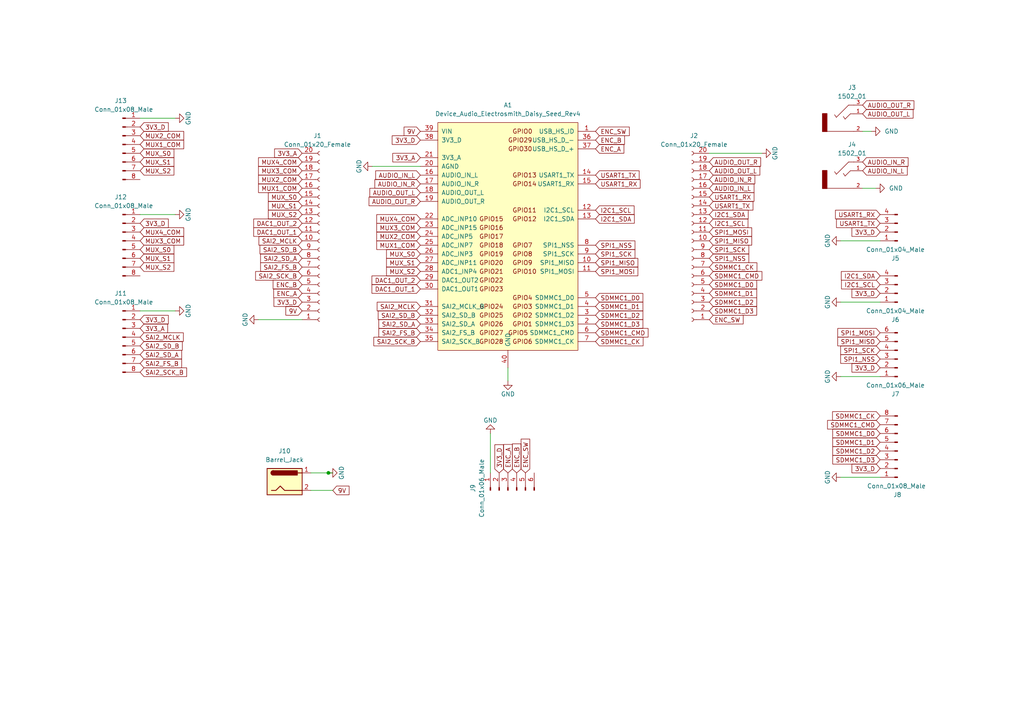
<source format=kicad_sch>
(kicad_sch (version 20231120) (generator "eeschema") (generator_version "8.0")
  (paper "A4")
  (title_block (title "Daisy Seed Development Kit Breakout Board") (date "2023-11-05") (rev "1.0.1"))
  (lib_symbols
    (symbol "1502_01:1502_01" (pin_names (offset 1.016))
      (property "Reference" "J4" (at -2.0189 10.16 0))
      (property "Value" "1502_01" (at -2.0189 7.62 0))
      (symbol "1502_01_0_0"
        (polyline (pts (xy -2.54 -2.54) (xy 5.207 -2.54)) (stroke (width 0.1524)))
        (polyline (pts (xy -2.54 2.54) (xy -1.524 2.54)) (stroke (width 0.1524)))
        (polyline (pts (xy -2.54 5.08) (xy -1.016 5.08)) (stroke (width 0.1524)))
        (polyline (pts (xy -1.524 2.54) (xy 0 1.016)) (stroke (width 0.1524)))
        (polyline (pts (xy -1.016 5.08) (xy 2.54 1.524)) (stroke (width 0.1524)))
        (polyline (pts (xy 0 1.016) (xy 0.508 1.778)) (stroke (width 0.1524)))
        (polyline (pts (xy 2.54 1.524) (xy 3.048 2.286)) (stroke (width 0.1524)))
        (rectangle (start 5.207 -2.667) (end 6.604 2.667) (stroke (width 0.1)) (fill (type outline)))
        (pin passive line (at -5.08 2.54 0) (length 2.54) (name "~") (number "1"))
        (pin passive line (at -5.08 -2.54 0) (length 2.54) (name "~") (number "2"))
        (pin passive line (at -5.08 5.08 0) (length 2.54) (name "~") (number "3"))
      )
    )
    (symbol "1502_01_1" (pin_names (offset 1.016))
      (property "Reference" "J3" (at -2.0189 10.16 0))
      (property "Value" "1502_01" (at -2.0189 7.62 0))
      (symbol "1502_01_1_0_0"
        (polyline (pts (xy -2.54 -2.54) (xy 5.207 -2.54)) (stroke (width 0.1524)))
        (polyline (pts (xy -2.54 2.54) (xy -1.524 2.54)) (stroke (width 0.1524)))
        (polyline (pts (xy -2.54 5.08) (xy -1.016 5.08)) (stroke (width 0.1524)))
        (polyline (pts (xy -1.524 2.54) (xy 0 1.016)) (stroke (width 0.1524)))
        (polyline (pts (xy -1.016 5.08) (xy 2.54 1.524)) (stroke (width 0.1524)))
        (polyline (pts (xy 0 1.016) (xy 0.508 1.778)) (stroke (width 0.1524)))
        (polyline (pts (xy 2.54 1.524) (xy 3.048 2.286)) (stroke (width 0.1524)))
        (rectangle (start 5.207 -2.667) (end 6.604 2.667) (stroke (width 0.1)) (fill (type outline)))
        (pin passive line (at -5.08 2.54 0) (length 2.54) (name "~") (number "1"))
        (pin passive line (at -5.08 -2.54 0) (length 2.54) (name "~") (number "2"))
        (pin passive line (at -5.08 5.08 0) (length 2.54) (name "~") (number "3"))
      )
    )
    (symbol "Connector:Barrel_Jack" (pin_names (offset 1.016))
      (property "Reference" "J" (at 0 5.334 0))
      (property "Value" "Barrel_Jack" (at 0 -5.08 0))
      (symbol "Barrel_Jack_0_1"
        (rectangle (start -5.08 3.81) (end 5.08 -3.81) (stroke (width 0.254)) (fill (type background)))
        (arc (start -3.302 3.175) (mid -3.9342 2.54) (end -3.302 1.905) (stroke (width 0.254)))
        (arc (start -3.302 3.175) (mid -3.9342 2.54) (end -3.302 1.905) (stroke (width 0.254)) (fill (type outline)))
        (polyline (pts (xy 5.08 2.54) (xy 3.81 2.54)) (stroke (width 0.254)))
        (polyline (pts (xy -3.81 -2.54) (xy -2.54 -2.54) (xy -1.27 -1.27) (xy 0 -2.54) (xy 2.54 -2.54) (xy 5.08 -2.54)) (stroke (width 0.254)))
        (rectangle (start 3.683 3.175) (end -3.302 1.905) (stroke (width 0.254)) (fill (type outline)))
      )
      (symbol "Barrel_Jack_1_1"
        (pin passive line (at 7.62 2.54 180) (length 2.54) (name "~") (number "1"))
        (pin passive line (at 7.62 -2.54 180) (length 2.54) (name "~") (number "2"))
      )
    )
    (symbol "Connector:Conn_01x04_Male" (pin_names (offset 1.016) hide)
      (property "Reference" "J" (at 0 5.08 0))
      (property "Value" "Conn_01x04_Male" (at 0 -7.62 0))
      (symbol "Conn_01x04_Male_1_1"
        (polyline (pts (xy 1.27 -5.08) (xy 0.8636 -5.08)) (stroke (width 0.1524)))
        (polyline (pts (xy 1.27 -2.54) (xy 0.8636 -2.54)) (stroke (width 0.1524)))
        (polyline (pts (xy 1.27 0) (xy 0.8636 0)) (stroke (width 0.1524)))
        (polyline (pts (xy 1.27 2.54) (xy 0.8636 2.54)) (stroke (width 0.1524)))
        (rectangle (start 0.8636 -4.953) (end 0 -5.207) (stroke (width 0.1524)) (fill (type outline)))
        (rectangle (start 0.8636 -2.413) (end 0 -2.667) (stroke (width 0.1524)) (fill (type outline)))
        (rectangle (start 0.8636 0.127) (end 0 -0.127) (stroke (width 0.1524)) (fill (type outline)))
        (rectangle (start 0.8636 2.667) (end 0 2.413) (stroke (width 0.1524)) (fill (type outline)))
        (pin passive line (at 5.08 2.54 180) (length 3.81) (name "Pin_1") (number "1"))
        (pin passive line (at 5.08 0 180) (length 3.81) (name "Pin_2") (number "2"))
        (pin passive line (at 5.08 -2.54 180) (length 3.81) (name "Pin_3") (number "3"))
        (pin passive line (at 5.08 -5.08 180) (length 3.81) (name "Pin_4") (number "4"))
      )
    )
    (symbol "Connector:Conn_01x06_Male" (pin_names (offset 1.016) hide)
      (property "Reference" "J" (at 0 7.62 0))
      (property "Value" "Conn_01x06_Male" (at 0 -10.16 0))
      (symbol "Conn_01x06_Male_1_1"
        (polyline (pts (xy 1.27 -7.62) (xy 0.8636 -7.62)) (stroke (width 0.1524)))
        (polyline (pts (xy 1.27 -5.08) (xy 0.8636 -5.08)) (stroke (width 0.1524)))
        (polyline (pts (xy 1.27 -2.54) (xy 0.8636 -2.54)) (stroke (width 0.1524)))
        (polyline (pts (xy 1.27 0) (xy 0.8636 0)) (stroke (width 0.1524)))
        (polyline (pts (xy 1.27 2.54) (xy 0.8636 2.54)) (stroke (width 0.1524)))
        (polyline (pts (xy 1.27 5.08) (xy 0.8636 5.08)) (stroke (width 0.1524)))
        (rectangle (start 0.8636 -7.493) (end 0 -7.747) (stroke (width 0.1524)) (fill (type outline)))
        (rectangle (start 0.8636 -4.953) (end 0 -5.207) (stroke (width 0.1524)) (fill (type outline)))
        (rectangle (start 0.8636 -2.413) (end 0 -2.667) (stroke (width 0.1524)) (fill (type outline)))
        (rectangle (start 0.8636 0.127) (end 0 -0.127) (stroke (width 0.1524)) (fill (type outline)))
        (rectangle (start 0.8636 2.667) (end 0 2.413) (stroke (width 0.1524)) (fill (type outline)))
        (rectangle (start 0.8636 5.207) (end 0 4.953) (stroke (width 0.1524)) (fill (type outline)))
        (pin passive line (at 5.08 5.08 180) (length 3.81) (name "Pin_1") (number "1"))
        (pin passive line (at 5.08 2.54 180) (length 3.81) (name "Pin_2") (number "2"))
        (pin passive line (at 5.08 0 180) (length 3.81) (name "Pin_3") (number "3"))
        (pin passive line (at 5.08 -2.54 180) (length 3.81) (name "Pin_4") (number "4"))
        (pin passive line (at 5.08 -5.08 180) (length 3.81) (name "Pin_5") (number "5"))
        (pin passive line (at 5.08 -7.62 180) (length 3.81) (name "Pin_6") (number "6"))
      )
    )
    (symbol "Connector:Conn_01x08_Male" (pin_names (offset 1.016) hide)
      (property "Reference" "J" (at 0 10.16 0))
      (property "Value" "Conn_01x08_Male" (at 0 -12.7 0))
      (symbol "Conn_01x08_Male_1_1"
        (polyline (pts (xy 1.27 -10.16) (xy 0.8636 -10.16)) (stroke (width 0.1524)))
        (polyline (pts (xy 1.27 -7.62) (xy 0.8636 -7.62)) (stroke (width 0.1524)))
        (polyline (pts (xy 1.27 -5.08) (xy 0.8636 -5.08)) (stroke (width 0.1524)))
        (polyline (pts (xy 1.27 -2.54) (xy 0.8636 -2.54)) (stroke (width 0.1524)))
        (polyline (pts (xy 1.27 0) (xy 0.8636 0)) (stroke (width 0.1524)))
        (polyline (pts (xy 1.27 2.54) (xy 0.8636 2.54)) (stroke (width 0.1524)))
        (polyline (pts (xy 1.27 5.08) (xy 0.8636 5.08)) (stroke (width 0.1524)))
        (polyline (pts (xy 1.27 7.62) (xy 0.8636 7.62)) (stroke (width 0.1524)))
        (rectangle (start 0.8636 -10.033) (end 0 -10.287) (stroke (width 0.1524)) (fill (type outline)))
        (rectangle (start 0.8636 -7.493) (end 0 -7.747) (stroke (width 0.1524)) (fill (type outline)))
        (rectangle (start 0.8636 -4.953) (end 0 -5.207) (stroke (width 0.1524)) (fill (type outline)))
        (rectangle (start 0.8636 -2.413) (end 0 -2.667) (stroke (width 0.1524)) (fill (type outline)))
        (rectangle (start 0.8636 0.127) (end 0 -0.127) (stroke (width 0.1524)) (fill (type outline)))
        (rectangle (start 0.8636 2.667) (end 0 2.413) (stroke (width 0.1524)) (fill (type outline)))
        (rectangle (start 0.8636 5.207) (end 0 4.953) (stroke (width 0.1524)) (fill (type outline)))
        (rectangle (start 0.8636 7.747) (end 0 7.493) (stroke (width 0.1524)) (fill (type outline)))
        (pin passive line (at 5.08 7.62 180) (length 3.81) (name "Pin_1") (number "1"))
        (pin passive line (at 5.08 5.08 180) (length 3.81) (name "Pin_2") (number "2"))
        (pin passive line (at 5.08 2.54 180) (length 3.81) (name "Pin_3") (number "3"))
        (pin passive line (at 5.08 0 180) (length 3.81) (name "Pin_4") (number "4"))
        (pin passive line (at 5.08 -2.54 180) (length 3.81) (name "Pin_5") (number "5"))
        (pin passive line (at 5.08 -5.08 180) (length 3.81) (name "Pin_6") (number "6"))
        (pin passive line (at 5.08 -7.62 180) (length 3.81) (name "Pin_7") (number "7"))
        (pin passive line (at 5.08 -10.16 180) (length 3.81) (name "Pin_8") (number "8"))
      )
    )
    (symbol "Connector:Conn_01x20_Female" (pin_names (offset 1.016) hide)
      (property "Reference" "J" (at 0 25.4 0))
      (property "Value" "Conn_01x20_Female" (at 0 -27.94 0))
      (symbol "Conn_01x20_Female_1_1"
        (arc (start 0 -24.892) (mid -0.5058 -25.4) (end 0 -25.908) (stroke (width 0.1524)))
        (arc (start 0 -22.352) (mid -0.5058 -22.86) (end 0 -23.368) (stroke (width 0.1524)))
        (arc (start 0 -19.812) (mid -0.5058 -20.32) (end 0 -20.828) (stroke (width 0.1524)))
        (arc (start 0 -17.272) (mid -0.5058 -17.78) (end 0 -18.288) (stroke (width 0.1524)))
        (arc (start 0 -14.732) (mid -0.5058 -15.24) (end 0 -15.748) (stroke (width 0.1524)))
        (arc (start 0 -12.192) (mid -0.5058 -12.7) (end 0 -13.208) (stroke (width 0.1524)))
        (arc (start 0 -9.652) (mid -0.5058 -10.16) (end 0 -10.668) (stroke (width 0.1524)))
        (arc (start 0 -7.112) (mid -0.5058 -7.62) (end 0 -8.128) (stroke (width 0.1524)))
        (arc (start 0 -4.572) (mid -0.5058 -5.08) (end 0 -5.588) (stroke (width 0.1524)))
        (arc (start 0 -2.032) (mid -0.5058 -2.54) (end 0 -3.048) (stroke (width 0.1524)))
        (polyline (pts (xy -1.27 -25.4) (xy -0.508 -25.4)) (stroke (width 0.1524)))
        (polyline (pts (xy -1.27 -22.86) (xy -0.508 -22.86)) (stroke (width 0.1524)))
        (polyline (pts (xy -1.27 -20.32) (xy -0.508 -20.32)) (stroke (width 0.1524)))
        (polyline (pts (xy -1.27 -17.78) (xy -0.508 -17.78)) (stroke (width 0.1524)))
        (polyline (pts (xy -1.27 -15.24) (xy -0.508 -15.24)) (stroke (width 0.1524)))
        (polyline (pts (xy -1.27 -12.7) (xy -0.508 -12.7)) (stroke (width 0.1524)))
        (polyline (pts (xy -1.27 -10.16) (xy -0.508 -10.16)) (stroke (width 0.1524)))
        (polyline (pts (xy -1.27 -7.62) (xy -0.508 -7.62)) (stroke (width 0.1524)))
        (polyline (pts (xy -1.27 -5.08) (xy -0.508 -5.08)) (stroke (width 0.1524)))
        (polyline (pts (xy -1.27 -2.54) (xy -0.508 -2.54)) (stroke (width 0.1524)))
        (polyline (pts (xy -1.27 0) (xy -0.508 0)) (stroke (width 0.1524)))
        (polyline (pts (xy -1.27 2.54) (xy -0.508 2.54)) (stroke (width 0.1524)))
        (polyline (pts (xy -1.27 5.08) (xy -0.508 5.08)) (stroke (width 0.1524)))
        (polyline (pts (xy -1.27 7.62) (xy -0.508 7.62)) (stroke (width 0.1524)))
        (polyline (pts (xy -1.27 10.16) (xy -0.508 10.16)) (stroke (width 0.1524)))
        (polyline (pts (xy -1.27 12.7) (xy -0.508 12.7)) (stroke (width 0.1524)))
        (polyline (pts (xy -1.27 15.24) (xy -0.508 15.24)) (stroke (width 0.1524)))
        (polyline (pts (xy -1.27 17.78) (xy -0.508 17.78)) (stroke (width 0.1524)))
        (polyline (pts (xy -1.27 20.32) (xy -0.508 20.32)) (stroke (width 0.1524)))
        (polyline (pts (xy -1.27 22.86) (xy -0.508 22.86)) (stroke (width 0.1524)))
        (arc (start 0 0.508) (mid -0.5058 0) (end 0 -0.508) (stroke (width 0.1524)))
        (arc (start 0 3.048) (mid -0.5058 2.54) (end 0 2.032) (stroke (width 0.1524)))
        (arc (start 0 5.588) (mid -0.5058 5.08) (end 0 4.572) (stroke (width 0.1524)))
        (arc (start 0 8.128) (mid -0.5058 7.62) (end 0 7.112) (stroke (width 0.1524)))
        (arc (start 0 10.668) (mid -0.5058 10.16) (end 0 9.652) (stroke (width 0.1524)))
        (arc (start 0 13.208) (mid -0.5058 12.7) (end 0 12.192) (stroke (width 0.1524)))
        (arc (start 0 15.748) (mid -0.5058 15.24) (end 0 14.732) (stroke (width 0.1524)))
        (arc (start 0 18.288) (mid -0.5058 17.78) (end 0 17.272) (stroke (width 0.1524)))
        (arc (start 0 20.828) (mid -0.5058 20.32) (end 0 19.812) (stroke (width 0.1524)))
        (arc (start 0 23.368) (mid -0.5058 22.86) (end 0 22.352) (stroke (width 0.1524)))
        (pin passive line (at -5.08 22.86 0) (length 3.81) (name "Pin_1") (number "1"))
        (pin passive line (at -5.08 0 0) (length 3.81) (name "Pin_10") (number "10"))
        (pin passive line (at -5.08 -2.54 0) (length 3.81) (name "Pin_11") (number "11"))
        (pin passive line (at -5.08 -5.08 0) (length 3.81) (name "Pin_12") (number "12"))
        (pin passive line (at -5.08 -7.62 0) (length 3.81) (name "Pin_13") (number "13"))
        (pin passive line (at -5.08 -10.16 0) (length 3.81) (name "Pin_14") (number "14"))
        (pin passive line (at -5.08 -12.7 0) (length 3.81) (name "Pin_15") (number "15"))
        (pin passive line (at -5.08 -15.24 0) (length 3.81) (name "Pin_16") (number "16"))
        (pin passive line (at -5.08 -17.78 0) (length 3.81) (name "Pin_17") (number "17"))
        (pin passive line (at -5.08 -20.32 0) (length 3.81) (name "Pin_18") (number "18"))
        (pin passive line (at -5.08 -22.86 0) (length 3.81) (name "Pin_19") (number "19"))
        (pin passive line (at -5.08 20.32 0) (length 3.81) (name "Pin_2") (number "2"))
        (pin passive line (at -5.08 -25.4 0) (length 3.81) (name "Pin_20") (number "20"))
        (pin passive line (at -5.08 17.78 0) (length 3.81) (name "Pin_3") (number "3"))
        (pin passive line (at -5.08 15.24 0) (length 3.81) (name "Pin_4") (number "4"))
        (pin passive line (at -5.08 12.7 0) (length 3.81) (name "Pin_5") (number "5"))
        (pin passive line (at -5.08 10.16 0) (length 3.81) (name "Pin_6") (number "6"))
        (pin passive line (at -5.08 7.62 0) (length 3.81) (name "Pin_7") (number "7"))
        (pin passive line (at -5.08 5.08 0) (length 3.81) (name "Pin_8") (number "8"))
        (pin passive line (at -5.08 2.54 0) (length 3.81) (name "Pin_9") (number "9"))
      )
    )
    (symbol "Device_Audio_Electrosmith_Daisy_Seed:Device_Audio_Electrosmith_Daisy_Seed_Rev4" (pin_names (offset 1.016))
      (property "Reference" "A" (at -20.32 34.29 0))
      (property "Value" "Device_Audio_Electrosmith_Daisy_Seed_Rev4" (at 20.32 36.83 0))
      (symbol "Device_Audio_Electrosmith_Daisy_Seed_Rev4_0_0"
        (text "GPIO0" (at 1.27 30.48 0) (effects (font (size 1.27 1.27)) (justify left)))
        (text "GPIO1" (at 1.27 -25.4 0) (effects (font (size 1.27 1.27)) (justify left)))
        (text "GPIO10" (at 1.27 -10.16 0) (effects (font (size 1.27 1.27)) (justify left)))
        (text "GPIO11" (at 1.27 7.62 0) (effects (font (size 1.27 1.27)) (justify left)))
        (text "GPIO12" (at 1.27 5.08 0) (effects (font (size 1.27 1.27)) (justify left)))
        (text "GPIO13" (at 1.27 17.78 0) (effects (font (size 1.27 1.27)) (justify left)))
        (text "GPIO14" (at 1.27 15.24 0) (effects (font (size 1.27 1.27)) (justify left)))
        (text "GPIO15" (at -1.27 5.08 0) (effects (font (size 1.27 1.27)) (justify right)))
        (text "GPIO16" (at -1.27 2.54 0) (effects (font (size 1.27 1.27)) (justify right)))
        (text "GPIO17" (at -1.27 0 0) (effects (font (size 1.27 1.27)) (justify right)))
        (text "GPIO18" (at -1.27 -2.54 0) (effects (font (size 1.27 1.27)) (justify right)))
        (text "GPIO19" (at -1.27 -5.08 0) (effects (font (size 1.27 1.27)) (justify right)))
        (text "GPIO2" (at 1.27 -22.86 0) (effects (font (size 1.27 1.27)) (justify left)))
        (text "GPIO20" (at -1.27 -7.62 0) (effects (font (size 1.27 1.27)) (justify right)))
        (text "GPIO21" (at -1.27 -10.16 0) (effects (font (size 1.27 1.27)) (justify right)))
        (text "GPIO22" (at -1.27 -12.7 0) (effects (font (size 1.27 1.27)) (justify right)))
        (text "GPIO23" (at -1.27 -15.24 0) (effects (font (size 1.27 1.27)) (justify right)))
        (text "GPIO24" (at -1.27 -20.32 0) (effects (font (size 1.27 1.27)) (justify right)))
        (text "GPIO25" (at -1.27 -22.86 0) (effects (font (size 1.27 1.27)) (justify right)))
        (text "GPIO26" (at -1.27 -25.4 0) (effects (font (size 1.27 1.27)) (justify right)))
        (text "GPIO27" (at -1.27 -27.94 0) (effects (font (size 1.27 1.27)) (justify right)))
        (text "GPIO28" (at -1.27 -30.48 0) (effects (font (size 1.27 1.27)) (justify right)))
        (text "GPIO29" (at 0 27.94 0) (effects (font (size 1.27 1.27)) (justify left)))
        (text "GPIO3" (at 1.27 -20.32 0) (effects (font (size 1.27 1.27)) (justify left)))
        (text "GPIO30" (at 0 25.4 0) (effects (font (size 1.27 1.27)) (justify left)))
        (text "GPIO4" (at 1.27 -17.78 0) (effects (font (size 1.27 1.27)) (justify left)))
        (text "GPIO5" (at 0 -27.94 0) (effects (font (size 1.27 1.27)) (justify left)))
        (text "GPIO6" (at 1.27 -30.48 0) (effects (font (size 1.27 1.27)) (justify left)))
        (text "GPIO7" (at 1.27 -2.54 0) (effects (font (size 1.27 1.27)) (justify left)))
        (text "GPIO8" (at 1.27 -5.08 0) (effects (font (size 1.27 1.27)) (justify left)))
        (text "GPIO9" (at 1.27 -7.62 0) (effects (font (size 1.27 1.27)) (justify left)))
        (pin bidirectional line (at 25.4 30.48 180) (length 5.08) (name "USB_HS_ID") (number "1"))
        (pin bidirectional line (at 25.4 -7.62 180) (length 5.08) (name "SPI1_MISO") (number "10"))
        (pin bidirectional line (at 25.4 -10.16 180) (length 5.08) (name "SPI1_MOSI") (number "11"))
        (pin bidirectional line (at 25.4 7.62 180) (length 5.08) (name "I2C1_SCL") (number "12"))
        (pin bidirectional line (at 25.4 5.08 180) (length 5.08) (name "I2C1_SDA") (number "13"))
        (pin bidirectional line (at 25.4 17.78 180) (length 5.08) (name "USART1_TX") (number "14"))
        (pin bidirectional line (at 25.4 15.24 180) (length 5.08) (name "USART1_RX") (number "15"))
        (pin input line (at -25.4 17.78 0) (length 5.08) (name "AUDIO_IN_L") (number "16"))
        (pin input line (at -25.4 15.24 0) (length 5.08) (name "AUDIO_IN_R") (number "17"))
        (pin output line (at -25.4 12.7 0) (length 5.08) (name "AUDIO_OUT_L") (number "18"))
        (pin output line (at -25.4 10.16 0) (length 5.08) (name "AUDIO_OUT_R") (number "19"))
        (pin bidirectional line (at 25.4 -25.4 180) (length 5.08) (name "SDMMC1_D3") (number "2"))
        (pin passive line (at -25.4 20.32 0) (length 5.08) (name "AGND") (number "20"))
        (pin power_out line (at -25.4 22.86 0) (length 5.08) (name "3V3_A") (number "21"))
        (pin bidirectional line (at -25.4 5.08 0) (length 5.08) (name "ADC_INP10") (number "22"))
        (pin bidirectional line (at -25.4 2.54 0) (length 5.08) (name "ADC_INP15") (number "23"))
        (pin bidirectional line (at -25.4 0 0) (length 5.08) (name "ADC_INP5") (number "24"))
        (pin bidirectional line (at -25.4 -2.54 0) (length 5.08) (name "ADC_INP7") (number "25"))
        (pin bidirectional line (at -25.4 -5.08 0) (length 5.08) (name "ADC_INP3") (number "26"))
        (pin bidirectional line (at -25.4 -7.62 0) (length 5.08) (name "ADC_INP11") (number "27"))
        (pin bidirectional line (at -25.4 -10.16 0) (length 5.08) (name "ADC1_INP4") (number "28"))
        (pin bidirectional line (at -25.4 -12.7 0) (length 5.08) (name "DAC1_OUT2") (number "29"))
        (pin bidirectional line (at 25.4 -22.86 180) (length 5.08) (name "SDMMC1_D2") (number "3"))
        (pin bidirectional line (at -25.4 -15.24 0) (length 5.08) (name "DAC1_OUT1") (number "30"))
        (pin bidirectional line (at -25.4 -20.32 0) (length 5.08) (name "SAI2_MCLK_B") (number "31"))
        (pin bidirectional line (at -25.4 -22.86 0) (length 5.08) (name "SAI2_SD_B") (number "32"))
        (pin bidirectional line (at -25.4 -25.4 0) (length 5.08) (name "SAI2_SD_A") (number "33"))
        (pin bidirectional line (at -25.4 -27.94 0) (length 5.08) (name "SAI2_FS_B") (number "34"))
        (pin bidirectional line (at -25.4 -30.48 0) (length 5.08) (name "SAI2_SCK_B") (number "35"))
        (pin bidirectional line (at 25.4 27.94 180) (length 5.08) (name "USB_HS_D_-") (number "36"))
        (pin bidirectional line (at 25.4 25.4 180) (length 5.08) (name "USB_HS_D_+") (number "37"))
        (pin power_out line (at -25.4 27.94 0) (length 5.08) (name "3V3_D") (number "38"))
        (pin power_in line (at -25.4 30.48 0) (length 5.08) (name "VIN") (number "39"))
        (pin bidirectional line (at 25.4 -20.32 180) (length 5.08) (name "SDMMC1_D1") (number "4"))
        (pin passive line (at 0 -38.1 90) (length 5.08) (name "GND") (number "40"))
        (pin bidirectional line (at 25.4 -17.78 180) (length 5.08) (name "SDMMC1_D0") (number "5"))
        (pin bidirectional line (at 25.4 -27.94 180) (length 5.08) (name "SDMMC1_CMD") (number "6"))
        (pin bidirectional line (at 25.4 -30.48 180) (length 5.08) (name "SDMMC1_CK") (number "7"))
        (pin bidirectional line (at 25.4 -2.54 180) (length 5.08) (name "SPI1_NSS") (number "8"))
        (pin bidirectional line (at 25.4 -5.08 180) (length 5.08) (name "SPI1_SCK") (number "9"))
      )
      (symbol "Device_Audio_Electrosmith_Daisy_Seed_Rev4_0_1"
        (rectangle (start -20.32 33.02) (end 20.32 -33.02) (fill (type background)))
      )
    )
    (symbol "power:GND" (power) (pin_names (offset 0))
      (property "Value" "GND" (at 0 -3.81 0))
      (symbol "GND_0_1"
        (polyline (pts (xy 0 0) (xy 0 -1.27) (xy 1.27 -1.27) (xy 0 -2.54) (xy -1.27 -1.27) (xy 0 -1.27)))
      )
      (symbol "GND_1_1"
        (pin power_in line (at 0 0 270) (length 0) hide (name "GND") (number "1"))
      )
    )
  )
  (junction (at 95.25 137.16))
  (wire (pts (xy 255.27 69.85) (xy 243.84 69.85)))
  (wire (pts (xy 74.93 92.71) (xy 87.63 92.71)))
  (wire (pts (xy 50.8 62.23) (xy 40.64 62.23)))
  (wire (pts (xy 255.27 87.63) (xy 243.84 87.63)))
  (wire (pts (xy 205.74 44.45) (xy 220.98 44.45)))
  (wire (pts (xy 90.17 137.16) (xy 95.25 137.16)))
  (wire (pts (xy 255.27 138.43) (xy 243.84 138.43)))
  (wire (pts (xy 250.19 54.61) (xy 254 54.61)))
  (wire (pts (xy 255.27 109.22) (xy 243.84 109.22)))
  (wire (pts (xy 50.8 34.29) (xy 40.64 34.29)))
  (wire (pts (xy 142.24 137.16) (xy 142.24 125.73)))
  (wire (pts (xy 90.17 142.24) (xy 96.52 142.24)))
  (wire (pts (xy 250.19 38.1) (xy 252.73 38.1)))
  (wire (pts (xy 50.8 90.17) (xy 40.64 90.17)))
  (wire (pts (xy 95.25 137.16) (xy 96.52 137.16)))
  (wire (pts (xy 107.95 48.26) (xy 121.92 48.26)))
  (wire (pts (xy 147.32 106.68) (xy 147.32 110.49)))
  (global_label "3V3_D" (shape input) (at 255.27 135.89 180) (property "Intersheetrefs" "${INTERSHEET_REFS}" (effects (hide yes))))
  (global_label "SAI2_SD_B" (shape input) (at 87.63 72.39 180) (property "Intersheetrefs" "${INTERSHEET_REFS}" (effects (hide yes))))
  (global_label "SPI1_MOSI" (shape input) (at 205.74 67.31 0) (property "Intersheetrefs" "${INTERSHEET_REFS}" (effects (hide yes))))
  (global_label "3V3_D" (shape input) (at 255.27 67.31 180) (property "Intersheetrefs" "${INTERSHEET_REFS}" (effects (hide yes))))
  (global_label "9V" (shape input) (at 121.92 38.1 180) (property "Intersheetrefs" "${INTERSHEET_REFS}" (effects (hide yes))))
  (global_label "SAI2_MCLK" (shape input) (at 121.92 88.9 180) (property "Intersheetrefs" "${INTERSHEET_REFS}" (effects (hide yes))))
  (global_label "9V" (shape input) (at 87.63 90.17 180) (property "Intersheetrefs" "${INTERSHEET_REFS}" (effects (hide yes))))
  (global_label "DAC1_OUT_1" (shape input) (at 121.92 83.82 180) (property "Intersheetrefs" "${INTERSHEET_REFS}" (effects (hide yes))))
  (global_label "USART1_TX" (shape input) (at 255.27 64.77 180) (property "Intersheetrefs" "${INTERSHEET_REFS}" (effects (hide yes))))
  (global_label "3V3_D" (shape input) (at 87.63 87.63 180) (property "Intersheetrefs" "${INTERSHEET_REFS}" (effects (hide yes))))
  (global_label "SAI2_SCK_B" (shape input) (at 87.63 80.01 180) (property "Intersheetrefs" "${INTERSHEET_REFS}" (effects (hide yes))))
  (global_label "ENC_SW" (shape input) (at 172.72 38.1 0) (property "Intersheetrefs" "${INTERSHEET_REFS}" (effects (hide yes))))
  (global_label "DAC1_OUT_2" (shape input) (at 87.63 64.77 180) (property "Intersheetrefs" "${INTERSHEET_REFS}" (effects (hide yes))))
  (global_label "MUX_S1" (shape input) (at 40.64 46.99 0) (property "Intersheetrefs" "${INTERSHEET_REFS}" (effects (hide yes))))
  (global_label "SAI2_SD_B" (shape input) (at 40.64 100.33 0) (property "Intersheetrefs" "${INTERSHEET_REFS}" (effects (hide yes))))
  (global_label "9V" (shape input) (at 96.52 142.24 0) (property "Intersheetrefs" "${INTERSHEET_REFS}" (effects (hide yes))))
  (global_label "ENC_A" (shape input) (at 147.32 137.16 90) (property "Intersheetrefs" "${INTERSHEET_REFS}" (effects (hide yes))))
  (global_label "3V3_D" (shape input) (at 40.64 36.83 0) (property "Intersheetrefs" "${INTERSHEET_REFS}" (effects (hide yes))))
  (global_label "SAI2_SCK_B" (shape input) (at 40.64 107.95 0) (property "Intersheetrefs" "${INTERSHEET_REFS}" (effects (hide yes))))
  (global_label "AUDIO_OUT_R" (shape input) (at 250.19 30.48 0) (property "Intersheetrefs" "${INTERSHEET_REFS}" (effects (hide yes))))
  (global_label "AUDIO_IN_R" (shape input) (at 205.74 52.07 0) (property "Intersheetrefs" "${INTERSHEET_REFS}" (effects (hide yes))))
  (global_label "SPI1_NSS" (shape input) (at 255.27 104.14 180) (property "Intersheetrefs" "${INTERSHEET_REFS}" (effects (hide yes))))
  (global_label "3V3_D" (shape input) (at 255.27 106.68 180) (property "Intersheetrefs" "${INTERSHEET_REFS}" (effects (hide yes))))
  (global_label "SDMMC1_D1" (shape input) (at 205.74 85.09 0) (property "Intersheetrefs" "${INTERSHEET_REFS}" (effects (hide yes))))
  (global_label "USART1_RX" (shape input) (at 172.72 53.34 0) (property "Intersheetrefs" "${INTERSHEET_REFS}" (effects (hide yes))))
  (global_label "MUX4_COM" (shape input) (at 87.63 46.99 180) (property "Intersheetrefs" "${INTERSHEET_REFS}" (effects (hide yes))))
  (global_label "SPI1_MOSI" (shape input) (at 172.72 78.74 0) (property "Intersheetrefs" "${INTERSHEET_REFS}" (effects (hide yes))))
  (global_label "MUX3_COM" (shape input) (at 40.64 69.85 0) (property "Intersheetrefs" "${INTERSHEET_REFS}" (effects (hide yes))))
  (global_label "MUX4_COM" (shape input) (at 121.92 63.5 180) (property "Intersheetrefs" "${INTERSHEET_REFS}" (effects (hide yes))))
  (global_label "SDMMC1_CMD" (shape input) (at 172.72 96.52 0) (property "Intersheetrefs" "${INTERSHEET_REFS}" (effects (hide yes))))
  (global_label "SDMMC1_D0" (shape input) (at 255.27 125.73 180) (property "Intersheetrefs" "${INTERSHEET_REFS}" (effects (hide yes))))
  (global_label "SAI2_FS_B" (shape input) (at 87.63 77.47 180) (property "Intersheetrefs" "${INTERSHEET_REFS}" (effects (hide yes))))
  (global_label "ENC_B" (shape input) (at 87.63 82.55 180) (property "Intersheetrefs" "${INTERSHEET_REFS}" (effects (hide yes))))
  (global_label "MUX_S0" (shape input) (at 40.64 44.45 0) (property "Intersheetrefs" "${INTERSHEET_REFS}" (effects (hide yes))))
  (global_label "SDMMC1_D1" (shape input) (at 172.72 88.9 0) (property "Intersheetrefs" "${INTERSHEET_REFS}" (effects (hide yes))))
  (global_label "SDMMC1_CK" (shape input) (at 172.72 99.06 0) (property "Intersheetrefs" "${INTERSHEET_REFS}" (effects (hide yes))))
  (global_label "SDMMC1_D2" (shape input) (at 172.72 91.44 0) (property "Intersheetrefs" "${INTERSHEET_REFS}" (effects (hide yes))))
  (global_label "SAI2_FS_B" (shape input) (at 121.92 96.52 180) (property "Intersheetrefs" "${INTERSHEET_REFS}" (effects (hide yes))))
  (global_label "AUDIO_IN_L" (shape input) (at 121.92 50.8 180) (property "Intersheetrefs" "${INTERSHEET_REFS}" (effects (hide yes))))
  (global_label "SDMMC1_D2" (shape input) (at 205.74 87.63 0) (property "Intersheetrefs" "${INTERSHEET_REFS}" (effects (hide yes))))
  (global_label "MUX_S0" (shape input) (at 121.92 73.66 180) (property "Intersheetrefs" "${INTERSHEET_REFS}" (effects (hide yes))))
  (global_label "MUX4_COM" (shape input) (at 40.64 67.31 0) (property "Intersheetrefs" "${INTERSHEET_REFS}" (effects (hide yes))))
  (global_label "ENC_B" (shape input) (at 172.72 40.64 0) (property "Intersheetrefs" "${INTERSHEET_REFS}" (effects (hide yes))))
  (global_label "3V3_A" (shape input) (at 87.63 44.45 180) (property "Intersheetrefs" "${INTERSHEET_REFS}" (effects (hide yes))))
  (global_label "MUX3_COM" (shape input) (at 121.92 66.04 180) (property "Intersheetrefs" "${INTERSHEET_REFS}" (effects (hide yes))))
  (global_label "USART1_TX" (shape input) (at 172.72 50.8 0) (property "Intersheetrefs" "${INTERSHEET_REFS}" (effects (hide yes))))
  (global_label "SPI1_SCK" (shape input) (at 255.27 101.6 180) (property "Intersheetrefs" "${INTERSHEET_REFS}" (effects (hide yes))))
  (global_label "SDMMC1_D2" (shape input) (at 255.27 130.81 180) (property "Intersheetrefs" "${INTERSHEET_REFS}" (effects (hide yes))))
  (global_label "USART1_TX" (shape input) (at 205.74 59.69 0) (property "Intersheetrefs" "${INTERSHEET_REFS}" (effects (hide yes))))
  (global_label "MUX_S1" (shape input) (at 87.63 59.69 180) (property "Intersheetrefs" "${INTERSHEET_REFS}" (effects (hide yes))))
  (global_label "MUX_S0" (shape input) (at 40.64 72.39 0) (property "Intersheetrefs" "${INTERSHEET_REFS}" (effects (hide yes))))
  (global_label "3V3_D" (shape input) (at 40.64 92.71 0) (property "Intersheetrefs" "${INTERSHEET_REFS}" (effects (hide yes))))
  (global_label "3V3_A" (shape input) (at 40.64 95.25 0) (property "Intersheetrefs" "${INTERSHEET_REFS}" (effects (hide yes))))
  (global_label "SDMMC1_D3" (shape input) (at 205.74 90.17 0) (property "Intersheetrefs" "${INTERSHEET_REFS}" (effects (hide yes))))
  (global_label "I2C1_SDA" (shape input) (at 255.27 80.01 180) (property "Intersheetrefs" "${INTERSHEET_REFS}" (effects (hide yes))))
  (global_label "AUDIO_OUT_R" (shape input) (at 205.74 46.99 0) (property "Intersheetrefs" "${INTERSHEET_REFS}" (effects (hide yes))))
  (global_label "SAI2_SD_A" (shape input) (at 40.64 102.87 0) (property "Intersheetrefs" "${INTERSHEET_REFS}" (effects (hide yes))))
  (global_label "SDMMC1_CK" (shape input) (at 205.74 77.47 0) (property "Intersheetrefs" "${INTERSHEET_REFS}" (effects (hide yes))))
  (global_label "MUX2_COM" (shape input) (at 40.64 39.37 0) (property "Intersheetrefs" "${INTERSHEET_REFS}" (effects (hide yes))))
  (global_label "MUX_S1" (shape input) (at 121.92 76.2 180) (property "Intersheetrefs" "${INTERSHEET_REFS}" (effects (hide yes))))
  (global_label "ENC_B" (shape input) (at 149.86 137.16 90) (property "Intersheetrefs" "${INTERSHEET_REFS}" (effects (hide yes))))
  (global_label "SAI2_FS_B" (shape input) (at 40.64 105.41 0) (property "Intersheetrefs" "${INTERSHEET_REFS}" (effects (hide yes))))
  (global_label "DAC1_OUT_2" (shape input) (at 121.92 81.28 180) (property "Intersheetrefs" "${INTERSHEET_REFS}" (effects (hide yes))))
  (global_label "3V3_A" (shape input) (at 121.92 45.72 180) (property "Intersheetrefs" "${INTERSHEET_REFS}" (effects (hide yes))))
  (global_label "SAI2_SCK_B" (shape input) (at 121.92 99.06 180) (property "Intersheetrefs" "${INTERSHEET_REFS}" (effects (hide yes))))
  (global_label "USART1_RX" (shape input) (at 255.27 62.23 180) (property "Intersheetrefs" "${INTERSHEET_REFS}" (effects (hide yes))))
  (global_label "AUDIO_IN_R" (shape input) (at 250.19 46.99 0) (property "Intersheetrefs" "${INTERSHEET_REFS}" (effects (hide yes))))
  (global_label "SPI1_NSS" (shape input) (at 205.74 74.93 0) (property "Intersheetrefs" "${INTERSHEET_REFS}" (effects (hide yes))))
  (global_label "I2C1_SCL" (shape input) (at 205.74 64.77 0) (property "Intersheetrefs" "${INTERSHEET_REFS}" (effects (hide yes))))
  (global_label "3V3_D" (shape input) (at 121.92 40.64 180) (property "Intersheetrefs" "${INTERSHEET_REFS}" (effects (hide yes))))
  (global_label "SDMMC1_D0" (shape input) (at 172.72 86.36 0) (property "Intersheetrefs" "${INTERSHEET_REFS}" (effects (hide yes))))
  (global_label "SDMMC1_D1" (shape input) (at 255.27 128.27 180) (property "Intersheetrefs" "${INTERSHEET_REFS}" (effects (hide yes))))
  (global_label "AUDIO_OUT_L" (shape input) (at 121.92 55.88 180) (property "Intersheetrefs" "${INTERSHEET_REFS}" (effects (hide yes))))
  (global_label "MUX_S2" (shape input) (at 40.64 77.47 0) (property "Intersheetrefs" "${INTERSHEET_REFS}" (effects (hide yes))))
  (global_label "3V3_D" (shape input) (at 144.78 137.16 90) (property "Intersheetrefs" "${INTERSHEET_REFS}" (effects (hide yes))))
  (global_label "ENC_SW" (shape input) (at 205.74 92.71 0) (property "Intersheetrefs" "${INTERSHEET_REFS}" (effects (hide yes))))
  (global_label "MUX1_COM" (shape input) (at 87.63 54.61 180) (property "Intersheetrefs" "${INTERSHEET_REFS}" (effects (hide yes))))
  (global_label "DAC1_OUT_1" (shape input) (at 87.63 67.31 180) (property "Intersheetrefs" "${INTERSHEET_REFS}" (effects (hide yes))))
  (global_label "SAI2_SD_B" (shape input) (at 121.92 91.44 180) (property "Intersheetrefs" "${INTERSHEET_REFS}" (effects (hide yes))))
  (global_label "ENC_A" (shape input) (at 172.72 43.18 0) (property "Intersheetrefs" "${INTERSHEET_REFS}" (effects (hide yes))))
  (global_label "SAI2_MCLK" (shape input) (at 87.63 69.85 180) (property "Intersheetrefs" "${INTERSHEET_REFS}" (effects (hide yes))))
  (global_label "3V3_D" (shape input) (at 40.64 64.77 0) (property "Intersheetrefs" "${INTERSHEET_REFS}" (effects (hide yes))))
  (global_label "MUX_S1" (shape input) (at 40.64 74.93 0) (property "Intersheetrefs" "${INTERSHEET_REFS}" (effects (hide yes))))
  (global_label "SDMMC1_CMD" (shape input) (at 205.74 80.01 0) (property "Intersheetrefs" "${INTERSHEET_REFS}" (effects (hide yes))))
  (global_label "ENC_SW" (shape input) (at 152.4 137.16 90) (property "Intersheetrefs" "${INTERSHEET_REFS}" (effects (hide yes))))
  (global_label "3V3_D" (shape input) (at 255.27 85.09 180) (property "Intersheetrefs" "${INTERSHEET_REFS}" (effects (hide yes))))
  (global_label "SDMMC1_D3" (shape input) (at 255.27 133.35 180) (property "Intersheetrefs" "${INTERSHEET_REFS}" (effects (hide yes))))
  (global_label "MUX_S2" (shape input) (at 40.64 49.53 0) (property "Intersheetrefs" "${INTERSHEET_REFS}" (effects (hide yes))))
  (global_label "SDMMC1_CMD" (shape input) (at 255.27 123.19 180) (property "Intersheetrefs" "${INTERSHEET_REFS}" (effects (hide yes))))
  (global_label "SDMMC1_CK" (shape input) (at 255.27 120.65 180) (property "Intersheetrefs" "${INTERSHEET_REFS}" (effects (hide yes))))
  (global_label "SPI1_MISO" (shape input) (at 172.72 76.2 0) (property "Intersheetrefs" "${INTERSHEET_REFS}" (effects (hide yes))))
  (global_label "MUX1_COM" (shape input) (at 40.64 41.91 0) (property "Intersheetrefs" "${INTERSHEET_REFS}" (effects (hide yes))))
  (global_label "SPI1_MOSI" (shape input) (at 255.27 96.52 180) (property "Intersheetrefs" "${INTERSHEET_REFS}" (effects (hide yes))))
  (global_label "SPI1_NSS" (shape input) (at 172.72 71.12 0) (property "Intersheetrefs" "${INTERSHEET_REFS}" (effects (hide yes))))
  (global_label "AUDIO_IN_L" (shape input) (at 205.74 54.61 0) (property "Intersheetrefs" "${INTERSHEET_REFS}" (effects (hide yes))))
  (global_label "I2C1_SDA" (shape input) (at 205.74 62.23 0) (property "Intersheetrefs" "${INTERSHEET_REFS}" (effects (hide yes))))
  (global_label "MUX_S2" (shape input) (at 87.63 62.23 180) (property "Intersheetrefs" "${INTERSHEET_REFS}" (effects (hide yes))))
  (global_label "SAI2_SD_A" (shape input) (at 121.92 93.98 180) (property "Intersheetrefs" "${INTERSHEET_REFS}" (effects (hide yes))))
  (global_label "MUX_S0" (shape input) (at 87.63 57.15 180) (property "Intersheetrefs" "${INTERSHEET_REFS}" (effects (hide yes))))
  (global_label "SAI2_MCLK" (shape input) (at 40.64 97.79 0) (property "Intersheetrefs" "${INTERSHEET_REFS}" (effects (hide yes))))
  (global_label "I2C1_SCL" (shape input) (at 255.27 82.55 180) (property "Intersheetrefs" "${INTERSHEET_REFS}" (effects (hide yes))))
  (global_label "USART1_RX" (shape input) (at 205.74 57.15 0) (property "Intersheetrefs" "${INTERSHEET_REFS}" (effects (hide yes))))
  (global_label "SDMMC1_D3" (shape input) (at 172.72 93.98 0) (property "Intersheetrefs" "${INTERSHEET_REFS}" (effects (hide yes))))
  (global_label "SPI1_SCK" (shape input) (at 172.72 73.66 0) (property "Intersheetrefs" "${INTERSHEET_REFS}" (effects (hide yes))))
  (global_label "SDMMC1_D0" (shape input) (at 205.74 82.55 0) (property "Intersheetrefs" "${INTERSHEET_REFS}" (effects (hide yes))))
  (global_label "AUDIO_IN_R" (shape input) (at 121.92 53.34 180) (property "Intersheetrefs" "${INTERSHEET_REFS}" (effects (hide yes))))
  (global_label "MUX2_COM" (shape input) (at 121.92 68.58 180) (property "Intersheetrefs" "${INTERSHEET_REFS}" (effects (hide yes))))
  (global_label "MUX2_COM" (shape input) (at 87.63 52.07 180) (property "Intersheetrefs" "${INTERSHEET_REFS}" (effects (hide yes))))
  (global_label "MUX1_COM" (shape input) (at 121.92 71.12 180) (property "Intersheetrefs" "${INTERSHEET_REFS}" (effects (hide yes))))
  (global_label "ENC_A" (shape input) (at 87.63 85.09 180) (property "Intersheetrefs" "${INTERSHEET_REFS}" (effects (hide yes))))
  (global_label "AUDIO_OUT_L" (shape input) (at 205.74 49.53 0) (property "Intersheetrefs" "${INTERSHEET_REFS}" (effects (hide yes))))
  (global_label "SAI2_SD_A" (shape input) (at 87.63 74.93 180) (property "Intersheetrefs" "${INTERSHEET_REFS}" (effects (hide yes))))
  (global_label "SPI1_MISO" (shape input) (at 205.74 69.85 0) (property "Intersheetrefs" "${INTERSHEET_REFS}" (effects (hide yes))))
  (global_label "AUDIO_OUT_L" (shape input) (at 250.19 33.02 0) (property "Intersheetrefs" "${INTERSHEET_REFS}" (effects (hide yes))))
  (global_label "SPI1_MISO" (shape input) (at 255.27 99.06 180) (property "Intersheetrefs" "${INTERSHEET_REFS}" (effects (hide yes))))
  (global_label "AUDIO_OUT_R" (shape input) (at 121.92 58.42 180) (property "Intersheetrefs" "${INTERSHEET_REFS}" (effects (hide yes))))
  (global_label "MUX_S2" (shape input) (at 121.92 78.74 180) (property "Intersheetrefs" "${INTERSHEET_REFS}" (effects (hide yes))))
  (global_label "SPI1_SCK" (shape input) (at 205.74 72.39 0) (property "Intersheetrefs" "${INTERSHEET_REFS}" (effects (hide yes))))
  (global_label "MUX3_COM" (shape input) (at 87.63 49.53 180) (property "Intersheetrefs" "${INTERSHEET_REFS}" (effects (hide yes))))
  (global_label "I2C1_SDA" (shape input) (at 172.72 63.5 0) (property "Intersheetrefs" "${INTERSHEET_REFS}" (effects (hide yes))))
  (global_label "AUDIO_IN_L" (shape input) (at 250.19 49.53 0) (property "Intersheetrefs" "${INTERSHEET_REFS}" (effects (hide yes))))
  (global_label "I2C1_SCL" (shape input) (at 172.72 60.96 0) (property "Intersheetrefs" "${INTERSHEET_REFS}" (effects (hide yes))))
  (symbol (lib_id "power:GND") (at 50.8 90.17 90) (mirror x) (unit 1)
    (property "Reference" "#PWR0114" (effects (hide yes)))
    (property "Value" "GND" (at 54.61 90.17 0))
  )
  (symbol (lib_name "1502_01_1") (lib_id "1502_01:1502_01") (at 245.11 35.56 0) (mirror y) (unit 1)
    (property "Reference" "J3" (at 247.1289 25.4 0))
    (property "Value" "1502_01" (at 247.1289 27.94 0))
    (property "Footprint" "1502_01:1502_01" (effects (hide yes)))
    (property "OC_FARNELL" "4739747" (effects (hide yes)))
    (property "OC_NEWARK" "unknown" (effects (hide yes)))
    (property "POPULARITY" "1" (effects (hide yes)))
  )
  (symbol (lib_id "Connector:Conn_01x20_Female") (at 200.66 69.85 180) (unit 1)
    (property "Reference" "J2" (at 201.295 39.37 0))
    (property "Value" "Conn_01x20_Female" (at 201.295 41.91 0))
    (property "Footprint" "Connector_PinSocket_2.54mm:PinSocket_1x20_P2.54mm_Vertical" (effects (hide yes)))
  )
  (symbol (lib_id "power:GND") (at 243.84 138.43 270) (mirror x) (unit 1)
    (property "Reference" "#PWR0111" (effects (hide yes)))
    (property "Value" "GND" (at 240.03 138.43 0))
  )
  (symbol (lib_id "Device_Audio_Electrosmith_Daisy_Seed:Device_Audio_Electrosmith_Daisy_Seed_Rev4") (at 147.32 68.58 0) (unit 1)
    (property "Reference" "A1" (at 147.32 30.48 0))
    (property "Value" "Device_Audio_Electrosmith_Daisy_Seed_Rev4" (at 147.32 33.02 0))
    (property "Footprint" "Device_Audio_Electrosmith_Daisy_Seed:Device_Audio_Electrosmith_Daisy_Seed" (effects (hide yes)))
  )
  (symbol (lib_id "power:GND") (at 74.93 92.71 270) (unit 1)
    (property "Reference" "#PWR0102" (effects (hide yes)))
    (property "Value" "GND" (at 71.12 92.71 0))
  )
  (symbol (lib_id "Connector:Conn_01x08_Male") (at 35.56 69.85 0) (unit 1)
    (property "Reference" "J12" (at 36.83 57.15 0) (effects (justify right)))
    (property "Value" "Conn_01x08_Male" (at 44.45 59.69 0) (effects (justify right)))
    (property "Footprint" "Connector_PinSocket_2.54mm:PinSocket_1x08_P2.54mm_Vertical" (effects (hide yes)))
  )
  (symbol (lib_id "power:GND") (at 243.84 69.85 270) (mirror x) (unit 1)
    (property "Reference" "#PWR0109" (effects (hide yes)))
    (property "Value" "GND" (at 240.03 69.85 0))
  )
  (symbol (lib_id "power:GND") (at 147.32 110.49 0) (unit 1)
    (property "Reference" "#PWR0105" (effects (hide yes)))
    (property "Value" "GND" (at 147.32 114.3 0))
  )
  (symbol (lib_id "power:GND") (at 254 54.61 90) (unit 1)
    (property "Reference" "#PWR0106" (effects (hide yes)))
    (property "Value" "GND" (at 257.81 54.6099 90) (effects (justify right)))
  )
  (symbol (lib_id "power:GND") (at 50.8 34.29 90) (mirror x) (unit 1)
    (property "Reference" "#PWR0108" (effects (hide yes)))
    (property "Value" "GND" (at 54.61 34.29 0))
  )
  (symbol (lib_id "Connector:Conn_01x08_Male") (at 35.56 41.91 0) (unit 1)
    (property "Reference" "J13" (at 36.83 29.21 0) (effects (justify right)))
    (property "Value" "Conn_01x08_Male" (at 44.45 31.75 0) (effects (justify right)))
    (property "Footprint" "Connector_PinSocket_2.54mm:PinSocket_1x08_P2.54mm_Vertical" (effects (hide yes)))
  )
  (symbol (lib_id "power:GND") (at 243.84 87.63 270) (mirror x) (unit 1)
    (property "Reference" "#PWR0103" (effects (hide yes)))
    (property "Value" "GND" (at 240.03 87.63 0))
  )
  (symbol (lib_id "Connector:Conn_01x04_Male") (at 260.35 67.31 180) (unit 1)
    (property "Reference" "J5" (at 259.715 74.93 0))
    (property "Value" "Conn_01x04_Male" (at 259.715 72.39 0))
    (property "Footprint" "Connector_PinSocket_2.54mm:PinSocket_1x04_P2.54mm_Vertical" (effects (hide yes)))
  )
  (symbol (lib_id "Connector:Conn_01x08_Male") (at 260.35 130.81 180) (unit 1)
    (property "Reference" "J8" (at 259.08 143.51 0) (effects (justify right)))
    (property "Value" "Conn_01x08_Male" (at 251.46 140.97 0) (effects (justify right)))
    (property "Footprint" "Connector_PinSocket_2.54mm:PinSocket_1x08_P2.54mm_Vertical" (effects (hide yes)))
  )
  (symbol (lib_id "power:GND") (at 243.84 109.22 270) (mirror x) (unit 1)
    (property "Reference" "#PWR0112" (effects (hide yes)))
    (property "Value" "GND" (at 240.03 109.22 0))
  )
  (symbol (lib_id "power:GND") (at 220.98 44.45 90) (unit 1)
    (property "Reference" "#PWR0101" (effects (hide yes)))
    (property "Value" "GND" (at 224.79 44.45 0))
  )
  (symbol (lib_id "power:GND") (at 95.25 137.16 90) (mirror x) (unit 1)
    (property "Reference" "#PWR?" (effects (hide yes)))
    (property "Value" "GND" (at 99.06 137.16 0))
  )
  (symbol (lib_id "Connector:Conn_01x04_Male") (at 260.35 85.09 180) (unit 1)
    (property "Reference" "J6" (at 259.715 92.71 0))
    (property "Value" "Conn_01x04_Male" (at 259.715 90.17 0))
    (property "Footprint" "Connector_PinSocket_2.54mm:PinSocket_1x04_P2.54mm_Vertical" (effects (hide yes)))
  )
  (symbol (lib_id "power:GND") (at 50.8 62.23 90) (mirror x) (unit 1)
    (property "Reference" "#PWR0110" (effects (hide yes)))
    (property "Value" "GND" (at 54.61 62.23 0))
  )
  (symbol (lib_id "Connector:Conn_01x06_Male") (at 147.32 142.24 90) (unit 1)
    (property "Reference" "J9" (at 137.16 141.605 0))
    (property "Value" "Conn_01x06_Male" (at 139.7 141.605 0))
    (property "Footprint" "Connector_PinSocket_2.54mm:PinSocket_1x06_P2.54mm_Vertical" (effects (hide yes)))
  )
  (symbol (lib_id "power:GND") (at 142.24 125.73 0) (mirror x) (unit 1)
    (property "Reference" "#PWR0113" (effects (hide yes)))
    (property "Value" "GND" (at 142.24 121.92 0))
  )
  (symbol (lib_id "Connector:Conn_01x08_Male") (at 35.56 97.79 0) (unit 1)
    (property "Reference" "J11" (at 36.83 85.09 0) (effects (justify right)))
    (property "Value" "Conn_01x08_Male" (at 44.45 87.63 0) (effects (justify right)))
    (property "Footprint" "Connector_PinSocket_2.54mm:PinSocket_1x08_P2.54mm_Vertical" (effects (hide yes)))
  )
  (symbol (lib_id "1502_01:1502_01") (at 245.11 52.07 0) (mirror y) (unit 1)
    (property "Reference" "J4" (at 247.1289 41.91 0))
    (property "Value" "1502_01" (at 247.1289 44.45 0))
    (property "Footprint" "1502_01:1502_01" (effects (hide yes)))
    (property "OC_FARNELL" "4739747" (effects (hide yes)))
    (property "OC_NEWARK" "unknown" (effects (hide yes)))
    (property "POPULARITY" "1" (effects (hide yes)))
  )
  (symbol (lib_id "Connector:Conn_01x06_Male") (at 260.35 104.14 180) (unit 1)
    (property "Reference" "J7" (at 259.715 114.3 0))
    (property "Value" "Conn_01x06_Male" (at 259.715 111.76 0))
    (property "Footprint" "Connector_PinSocket_2.54mm:PinSocket_1x06_P2.54mm_Vertical" (effects (hide yes)))
  )
  (symbol (lib_id "Connector:Barrel_Jack") (at 82.55 139.7 0) (unit 1)
    (property "Reference" "J10" (at 82.55 130.81 0))
    (property "Value" "Barrel_Jack" (at 82.55 133.35 0))
    (property "Footprint" "Connector_BarrelJack:BarrelJack_GCT_DCJ200-10-A_Horizontal" (effects (hide yes)))
  )
  (symbol (lib_id "power:GND") (at 107.95 48.26 270) (unit 1)
    (property "Reference" "#PWR0104" (effects (hide yes)))
    (property "Value" "GND" (at 104.14 48.26 0))
  )
  (symbol (lib_id "power:GND") (at 252.73 38.1 90) (unit 1)
    (property "Reference" "#PWR0107" (effects (hide yes)))
    (property "Value" "GND" (at 256.54 38.0999 90) (effects (justify right)))
  )
  (symbol (lib_id "Connector:Conn_01x20_Female") (at 92.71 69.85 0) (mirror x) (unit 1)
    (property "Reference" "J1" (at 92.075 39.37 0))
    (property "Value" "Conn_01x20_Female" (at 92.075 41.91 0))
    (property "Footprint" "Connector_PinSocket_2.54mm:PinSocket_1x20_P2.54mm_Vertical" (effects (hide yes)))
  )
)
</source>
